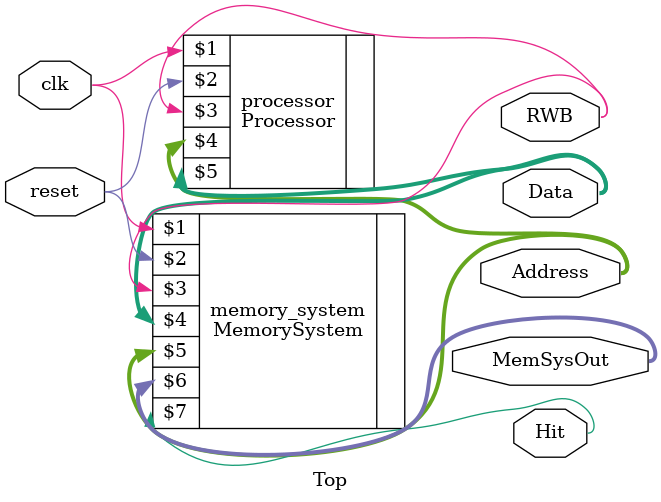
<source format=v>
`timescale 1ns / 1ps
module Top(clk, reset, Hit, MemSysOut, RWB, Data, Address);
	// define inputs and outputs:
	input wire clk, reset;
	output wire Hit;
	output wire [7:0] MemSysOut;
	output wire RWB;
	output wire [7:0] Data;
	output wire [5:0] Address;
	
	// define wires:
	//wire RWB;
	//wire [7:0] Data;
	//wire [5:0] Address;
	
	// instance Processor and MemorySystem:
	Processor processor(clk, reset, RWB, Address, Data);
	MemorySystem memory_system(clk, reset, RWB, Data, Address, MemSysOut, Hit);

endmodule

</source>
